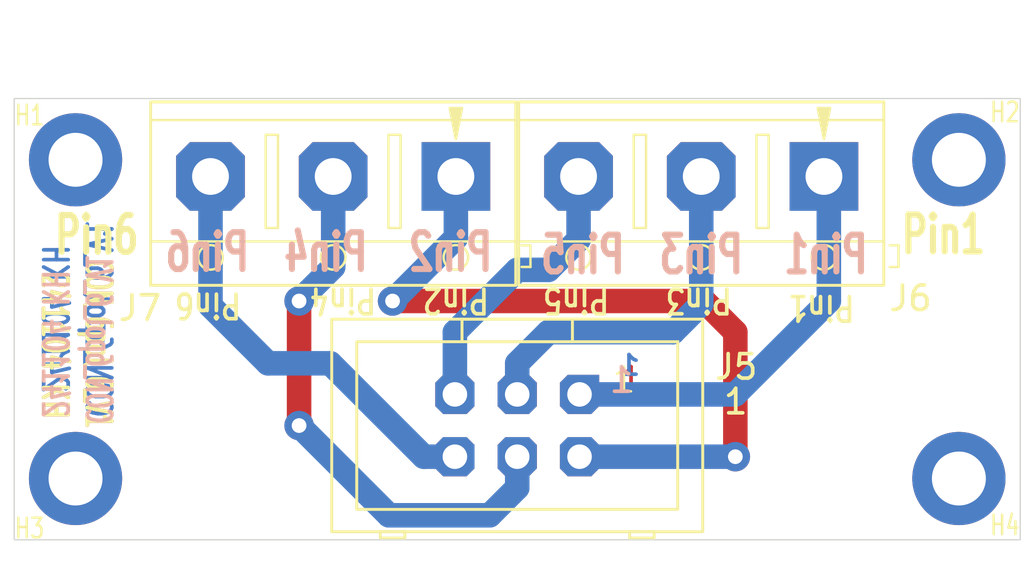
<source format=kicad_pcb>
(kicad_pcb (version 20240108) (generator "pcbnew") (generator_version "8.0")
  (layers (0 "F.Cu" signal) (31 "B.Cu" signal) (34 "B.Paste" user) (35 "F.Paste" user) (36 "B.SilkS" user "B.Silkscreen") (37 "F.SilkS" user "F.Silkscreen") (38 "B.Mask" user) (39 "F.Mask" user) (44 "Edge.Cuts" user))
  (net 0 "")
  (net 1 "/Pin1")
  (net 2 "/Pin3")
  (net 3 "/Pin5")
  (net 4 "/Pin6")
  (net 5 "/Pin2")
  (net 6 "/Pin4")
  (footprint "_kh_library:MountingHole_2.2mm_M2_Pad_TopBottom_kh" (layer "F.Cu") (at 70.07 36.45)
    (property "Reference" "H4" (at 1.875 1.905 0) (layer "F.SilkS") (effects (font (size 0.8 0.6) (thickness 0.1) (bold yes))))
    (property "Value" "MountingHole")
    (pad "1" thru_hole circle (at 0 0) (size 2.6 2.6) (drill 2.2) (layers "*.Cu" "*.Mask"))
    (pad "1" connect circle (at 0 0) (size 3.8 3.8) (layers "F.Cu" "F.Mask"))
    (pad "1" connect circle (at 0 0) (size 3.8 3.8) (layers "B.Cu" "B.Mask"))
  )
  (footprint "_kh_library:Screw_Terminal_01x03_P5" (layer "F.Cu") (at 49.57 24.13 -90)
    (property "Reference" "J7" (at 5.37 12.87 360) (layer "F.SilkS"))
    (property "Value" "Screw_Terminal_01x03_P5")
    (fp_line (start -2.3 -2.44) (end -2.3 12.44) (stroke (width 0.1)) (layer "F.SilkS"))
    (fp_line (start 2.65 -2.44) (end 2.65 12.44) (stroke (width 0.1)) (layer "F.SilkS"))
    (fp_line (start 2.81 -3.04) (end 2.81 -2.68) (stroke (width 0.1)) (layer "F.SilkS"))
    (fp_line (start 2.81 -3.04) (end 3.69 -3.04) (stroke (width 0.1)) (layer "F.SilkS"))
    (fp_line (start 3.69 -3.04) (end 3.69 -2.68) (stroke (width 0.1)) (layer "F.SilkS"))
    (fp_rect (start -1.7 7.25) (end 2.1 7.75) (stroke (width 0.1)) (fill none) (layer "F.SilkS"))
    (fp_rect (start -1.7 2.25) (end 2.1 2.75) (stroke (width 0.1)) (fill none) (layer "F.SilkS"))
    (fp_rect (start -3.04 -2.44) (end 4.44 12.44) (stroke (width 0.12)) (fill none) (layer "F.SilkS"))
    (fp_circle (center 3.3 10) (end 3.8 10) (stroke (width 0.1)) (fill none) (layer "F.SilkS"))
    (fp_circle (center 3.3 5) (end 3.8 5) (stroke (width 0.1)) (fill none) (layer "F.SilkS"))
    (fp_circle (center 3.3 0) (end 3.8 0) (stroke (width 0.1)) (fill none) (layer "F.SilkS"))
    (fp_poly (pts (xy -2.794 -0.254) (xy -1.524 0) (xy -2.794 0.254)) (stroke (width 0.1)) (fill solid) (layer "F.SilkS"))
    (pad "1" thru_hole rect (at 0 0 270) (size 2.8 2.8) (drill 1.5) (layers "*.Cu" "*.Mask") (net 5 "/Pin2"))
    (pad "2" thru_hole roundrect (at 0 5 270) (size 2.8 2.8) (drill 1.5) (layers "*.Cu" "*.Mask") (roundrect_rratio 0) (chamfer_ratio 0.2) (chamfer top_left top_right bottom_left bottom_right) (net 6 "/Pin4"))
    (pad "3" thru_hole roundrect (at 0 10 270) (size 2.8 2.8) (drill 1.5) (layers "*.Cu" "*.Mask") (roundrect_rratio 0) (chamfer_ratio 0.2) (chamfer top_left top_right bottom_left bottom_right) (net 4 "/Pin6"))
  )
  (footprint "_kh_library:MountingHole_2.2mm_M2_Pad_TopBottom_kh" (layer "F.Cu") (at 34.07 36.45)
    (property "Reference" "H3" (at -1.875 2.031 0) (layer "F.SilkS") (effects (font (size 0.8 0.6) (thickness 0.1))))
    (property "Value" "MountingHole")
    (pad "1" thru_hole circle (at 0 0) (size 2.6 2.6) (drill 2.2) (layers "*.Cu" "*.Mask"))
    (pad "1" connect circle (at 0 0) (size 3.8 3.8) (layers "F.Cu" "F.Mask"))
    (pad "1" connect circle (at 0 0) (size 3.8 3.8) (layers "B.Cu" "B.Mask"))
  )
  (footprint "_kh_library:Box_02x03_P2.54mm_Vertical_kh" (layer "F.Cu") (at 54.61 33.02 180)
    (property "Reference" "J5" (at -6.39 1.12 0) (layer "F.SilkS"))
    (property "Value" "Box_02x03_P2.54_Vertical")
    (fp_rect (start 7.12 -5.6) (end 8.12 -5.86) (stroke (width 0.12)) (fill none) (layer "F.SilkS"))
    (fp_rect (start 0.29 3.07) (end 4.79 2.15) (stroke (width 0.12)) (fill none) (layer "F.SilkS"))
    (fp_rect (start -3.04 -5.6) (end -2.04 -5.86) (stroke (width 0.12)) (fill none) (layer "F.SilkS"))
    (fp_rect (start -4 2.15) (end 9.08 -4.69) (stroke (width 0.12)) (fill none) (layer "F.SilkS"))
    (fp_rect (start -5.02 3.07) (end 10.1 -5.6) (stroke (width 0.12)) (fill none) (layer "F.SilkS"))
    (fp_text user "1" (at -1.27 0 0) (layer "F.SilkS") (effects (font (thickness 0.1)) (justify left bottom)))
    (pad "1" thru_hole roundrect (at 0 0 180) (size 1.6 1.6) (drill 1) (layers "*.Cu" "*.Mask") (roundrect_rratio 0) (chamfer_ratio 0.2) (chamfer top_left top_right bottom_right) (net 1 "/Pin1"))
    (pad "2" thru_hole roundrect (at 0 -2.54 180) (size 1.6 1.6) (drill 1) (layers "*.Cu" "*.Mask") (roundrect_rratio 0) (chamfer_ratio 0.2) (chamfer top_left top_right bottom_left bottom_right) (net 5 "/Pin2"))
    (pad "3" thru_hole roundrect (at 2.54 0 180) (size 1.6 1.6) (drill 1) (layers "*.Cu" "*.Mask") (roundrect_rratio 0) (chamfer_ratio 0.2) (chamfer top_left top_right bottom_left bottom_right) (net 2 "/Pin3"))
    (pad "4" thru_hole roundrect (at 2.54 -2.54 180) (size 1.6 1.6) (drill 1) (layers "*.Cu" "*.Mask") (roundrect_rratio 0) (chamfer_ratio 0.2) (chamfer top_left top_right bottom_left bottom_right) (net 6 "/Pin4"))
    (pad "5" thru_hole roundrect (at 5.08 0 180) (size 1.6 1.6) (drill 1) (layers "*.Cu" "*.Mask") (roundrect_rratio 0) (chamfer_ratio 0.2) (chamfer top_left top_right bottom_left bottom_right) (net 3 "/Pin5"))
    (pad "6" thru_hole roundrect (at 5.08 -2.54 180) (size 1.6 1.6) (drill 1) (layers "*.Cu" "*.Mask") (roundrect_rratio 0) (chamfer_ratio 0.2) (chamfer top_left top_right bottom_left bottom_right) (net 4 "/Pin6"))
  )
  (footprint "_kh_library:MountingHole_2.2mm_M2_Pad_TopBottom_kh" (layer "F.Cu") (at 34.07 23.45)
    (property "Reference" "H1" (at -1.875 -1.812 0) (layer "F.SilkS") (effects (font (size 0.8 0.6) (thickness 0.1))))
    (property "Value" "MountingHole")
    (pad "1" thru_hole circle (at 0 0) (size 2.6 2.6) (drill 2.2) (layers "*.Cu" "*.Mask"))
    (pad "1" connect circle (at 0 0) (size 3.8 3.8) (layers "F.Cu" "F.Mask"))
    (pad "1" connect circle (at 0 0) (size 3.8 3.8) (layers "B.Cu" "B.Mask"))
  )
  (footprint "_kh_library:Screw_Terminal_01x03_P5" (layer "F.Cu") (at 64.57 24.13 -90)
    (property "Reference" "J6" (at 4.97 -3.53 0) (layer "F.SilkS"))
    (property "Value" "Screw_Terminal_01x03_P5")
    (fp_line (start -2.3 -2.44) (end -2.3 12.44) (stroke (width 0.1)) (layer "F.SilkS"))
    (fp_line (start 2.65 -2.44) (end 2.65 12.44) (stroke (width 0.1)) (layer "F.SilkS"))
    (fp_line (start 2.81 -3.04) (end 2.81 -2.68) (stroke (width 0.1)) (layer "F.SilkS"))
    (fp_line (start 2.81 -3.04) (end 3.69 -3.04) (stroke (width 0.1)) (layer "F.SilkS"))
    (fp_line (start 3.69 -3.04) (end 3.69 -2.68) (stroke (width 0.1)) (layer "F.SilkS"))
    (fp_rect (start -1.7 7.25) (end 2.1 7.75) (stroke (width 0.1)) (fill none) (layer "F.SilkS"))
    (fp_rect (start -1.7 2.25) (end 2.1 2.75) (stroke (width 0.1)) (fill none) (layer "F.SilkS"))
    (fp_rect (start -3.04 -2.44) (end 4.44 12.44) (stroke (width 0.12)) (fill none) (layer "F.SilkS"))
    (fp_circle (center 3.3 10) (end 3.8 10) (stroke (width 0.1)) (fill none) (layer "F.SilkS"))
    (fp_circle (center 3.3 5) (end 3.8 5) (stroke (width 0.1)) (fill none) (layer "F.SilkS"))
    (fp_circle (center 3.3 0) (end 3.8 0) (stroke (width 0.1)) (fill none) (layer "F.SilkS"))
    (fp_poly (pts (xy -2.794 -0.254) (xy -1.524 0) (xy -2.794 0.254)) (stroke (width 0.1)) (fill solid) (layer "F.SilkS"))
    (pad "1" thru_hole rect (at 0 0 270) (size 2.8 2.8) (drill 1.5) (layers "*.Cu" "*.Mask") (net 1 "/Pin1"))
    (pad "2" thru_hole roundrect (at 0 5 270) (size 2.8 2.8) (drill 1.5) (layers "*.Cu" "*.Mask") (roundrect_rratio 0) (chamfer_ratio 0.2) (chamfer top_left top_right bottom_left bottom_right) (net 2 "/Pin3"))
    (pad "3" thru_hole roundrect (at 0 10 270) (size 2.8 2.8) (drill 1.5) (layers "*.Cu" "*.Mask") (roundrect_rratio 0) (chamfer_ratio 0.2) (chamfer top_left top_right bottom_left bottom_right) (net 3 "/Pin5"))
  )
  (footprint "_kh_library:MountingHole_2.2mm_M2_Pad_TopBottom_kh" (layer "F.Cu") (at 70.07 23.45)
    (property "Reference" "H2" (at 1.875 -1.939 0) (layer "F.SilkS") (effects (font (size 0.8 0.6) (thickness 0.1) (bold yes))))
    (property "Value" "MountingHole")
    (pad "1" thru_hole circle (at 0 0) (size 2.6 2.6) (drill 2.2) (layers "*.Cu" "*.Mask"))
    (pad "1" connect circle (at 0 0) (size 3.8 3.8) (layers "F.Cu" "F.Mask"))
    (pad "1" connect circle (at 0 0) (size 3.8 3.8) (layers "B.Cu" "B.Mask"))
  )
  (gr_rect (start 31.57 20.95) (end 72.57 38.95) (stroke (width 0.05)) (fill none) (layer "Edge.Cuts"))
  (gr_text "241104 KH" (at 32.64 27.94 270) (layer "F.Cu") (effects (font (size 1 0.7) (thickness 0.15) (bold yes)) (justify left bottom)))
  (gr_text "1" (at 56.134 33.02 0) (layer "F.Cu") (effects (font (size 1 1) (thickness 0.15) (bold yes)) (justify left bottom)))
  (gr_text "CON_6pol_6_V1" (at 34.418 27.432 270) (layer "F.Cu") (effects (font (size 1 0.6) (thickness 0.15) (bold yes)) (justify left bottom)))
  (gr_text "1" (at 57.2 32.3 0) (layer "B.Cu") (effects (font (size 0.8 1) (thickness 0.15) (bold yes)) (justify left bottom mirror)))
  (gr_text "241104 KH" (at 32.64 33.02 270) (layer "B.Cu") (effects (font (size 1 0.7) (thickness 0.15) (bold yes)) (justify left bottom mirror)))
  (gr_text "CON_6pol_6_V1" (at 34.418 34.036 270) (layer "B.Cu") (effects (font (size 1 0.7) (thickness 0.15) (bold yes)) (justify left bottom mirror)))
  (gr_text "Pin2" (at 51.18 28.1 0) (layer "B.SilkS") (effects (font (size 1.5 1) (thickness 0.25) (bold yes)) (justify left bottom mirror)))
  (gr_text "Pin1" (at 66.48 28.2 0) (layer "B.SilkS") (effects (font (size 1.5 1) (thickness 0.25) (bold yes)) (justify left bottom mirror)))
  (gr_text "CON_6pol_6_V1" (at 34.418 34.29 270) (layer "B.SilkS") (effects (font (size 1 0.6) (thickness 0.15) (bold yes)) (justify left bottom mirror)))
  (gr_text "Pin4" (at 46.1 28.1 0) (layer "B.SilkS") (effects (font (size 1.5 1) (thickness 0.25) (bold yes)) (justify left bottom mirror)))
  (gr_text "Pin5" (at 56.574 28.2 0) (layer "B.SilkS") (effects (font (size 1.5 1) (thickness 0.25) (bold yes)) (justify left bottom mirror)))
  (gr_text "1" (at 56.896 33.02 0) (layer "B.SilkS") (effects (font (size 1 1) (thickness 0.15) (bold yes)) (justify left bottom mirror)))
  (gr_text "Pin3" (at 61.4 28.2 0) (layer "B.SilkS") (effects (font (size 1.5 1) (thickness 0.25) (bold yes)) (justify left bottom mirror)))
  (gr_text "Pin6" (at 41.274 28.1 0) (layer "B.SilkS") (effects (font (size 1.5 1) (thickness 0.25) (bold yes)) (justify left bottom mirror)))
  (gr_text "241104 KH" (at 32.64 34.036 270) (layer "B.SilkS") (effects (font (size 1 0.7) (thickness 0.15) (bold yes)) (justify left bottom mirror)))
  (gr_text "Pin3" (at 60.9 28.6 180) (layer "F.SilkS") (effects (font (size 1 0.8)) (justify left bottom)))
  (gr_text "Pin2" (at 51 28.6 180) (layer "F.SilkS") (effects (font (size 1 0.8)) (justify left bottom)))
  (gr_text "Pin1" (at 67.61 27.38 0) (layer "F.SilkS") (effects (font (size 1.5 1) (thickness 0.25) (bold yes)) (justify left bottom)))
  (gr_text "1" (at 60.4 33.9 0) (layer "F.SilkS") (effects (font (size 1 1) (thickness 0.15) (bold yes)) (justify left bottom)))
  (gr_text "Pin4" (at 46.4 28.6 180) (layer "F.SilkS") (effects (font (size 1 0.8)) (justify left bottom)))
  (gr_text "Pin1" (at 65.9 28.9 180) (layer "F.SilkS") (effects (font (size 1 0.8)) (justify left bottom)))
  (gr_text "CON_6pol_6_V1" (at 34.418 27.432 270) (layer "F.SilkS") (effects (font (size 1 0.6) (thickness 0.15) (bold yes)) (justify left bottom)))
  (gr_text "Pin6" (at 40.9 28.8 180) (layer "F.SilkS") (effects (font (size 1 0.8)) (justify left bottom)))
  (gr_text "Pin5" (at 55.9 28.6 180) (layer "F.SilkS") (effects (font (size 1 0.8)) (justify left bottom)))
  (gr_text "Pin6" (at 33.1 27.4 0) (layer "F.SilkS") (effects (font (size 1.5 1) (thickness 0.25) (bold yes)) (justify left bottom)))
  (gr_text "241104 KH" (at 32.64 27.94 270) (layer "F.SilkS") (effects (font (size 1 0.7) (thickness 0.15) (bold yes)) (justify left bottom)))
  (segment (start 60.96 33.02) (end 64.77 29.21) (width 1) (layer "B.Cu") (net 1))
  (segment (start 64.77 29.21) (end 64.77 24.33) (width 1) (layer "B.Cu") (net 1))
  (segment (start 54.61 33.02) (end 60.96 33.02) (width 1) (layer "B.Cu") (net 1))
  (segment (start 59.57 29.33) (end 59.57 24.13) (width 1) (layer "B.Cu") (net 2))
  (segment (start 52.07 33.02) (end 52.07 31.75) (width 1) (layer "B.Cu") (net 2))
  (segment (start 52.07 31.75) (end 53.34 30.48) (width 1) (layer "B.Cu") (net 2))
  (segment (start 58.42 30.48) (end 59.57 29.33) (width 1) (layer "B.Cu") (net 2))
  (segment (start 53.34 30.48) (end 58.42 30.48) (width 1) (layer "B.Cu") (net 2))
  (segment (start 49.53 33.02) (end 49.53 30.48) (width 1) (layer "B.Cu") (net 3))
  (segment (start 53.34 27.94) (end 54.57 26.71) (width 1) (layer "B.Cu") (net 3))
  (segment (start 54.57 26.71) (end 54.57 24.13) (width 1) (layer "B.Cu") (net 3))
  (segment (start 49.53 30.48) (end 52.07 27.94) (width 1) (layer "B.Cu") (net 3))
  (segment (start 52.07 27.94) (end 53.34 27.94) (width 1) (layer "B.Cu") (net 3))
  (segment (start 39.57 29.41) (end 39.57 24.13) (width 1) (layer "B.Cu") (net 4))
  (segment (start 41.91 31.75) (end 39.57 29.41) (width 1) (layer "B.Cu") (net 4))
  (segment (start 48.26 35.56) (end 44.45 31.75) (width 1) (layer "B.Cu") (net 4))
  (segment (start 49.53 35.56) (end 48.26 35.56) (width 1) (layer "B.Cu") (net 4))
  (segment (start 44.45 31.75) (end 41.91 31.75) (width 1) (layer "B.Cu") (net 4))
  (segment (start 46.99 29.21) (end 59.69 29.21) (width 1) (layer "F.Cu") (net 5))
  (segment (start 59.69 29.21) (end 60.96 30.48) (width 1) (layer "F.Cu") (net 5))
  (segment (start 60.96 30.48) (end 60.96 35.56) (width 1) (layer "F.Cu") (net 5))
  (via (at 60.96 35.56) (size 1.2) (drill 0.6) (layers "F.Cu" "B.Cu") (net 5))
  (via (at 46.99 29.21) (size 1.2) (drill 0.6) (layers "F.Cu" "B.Cu") (net 5))
  (segment (start 49.57 24.13) (end 49.57 26.63) (width 1) (layer "B.Cu") (net 5))
  (segment (start 54.61 35.56) (end 60.96 35.56) (width 1) (layer "B.Cu") (net 5))
  (segment (start 49.57 26.63) (end 46.99 29.21) (width 1) (layer "B.Cu") (net 5))
  (segment (start 43.18 29.21) (end 43.18 34.29) (width 1) (layer "F.Cu") (net 6))
  (via (at 43.18 34.29) (size 1.2) (drill 0.6) (layers "F.Cu" "B.Cu") (net 6))
  (via (at 43.18 29.21) (size 1.2) (drill 0.6) (layers "F.Cu" "B.Cu") (net 6))
  (segment (start 50.8 37.95) (end 46.99 37.95) (width 1) (layer "B.Cu") (net 6))
  (segment (start 50.95 37.95) (end 50.8 37.95) (width 1) (layer "B.Cu") (net 6))
  (segment (start 46.84 37.95) (end 43.18 34.29) (width 1) (layer "B.Cu") (net 6))
  (segment (start 52.07 35.56) (end 52.07 36.83) (width 1) (layer "B.Cu") (net 6))
  (segment (start 44.57 27.82) (end 43.18 29.21) (width 1) (layer "B.Cu") (net 6))
  (segment (start 44.57 24.13) (end 44.57 27.82) (width 1) (layer "B.Cu") (net 6))
  (segment (start 52.07 36.83) (end 50.95 37.95) (width 1) (layer "B.Cu") (net 6))
  (segment (start 46.99 37.95) (end 46.84 37.95) (width 1) (layer "B.Cu") (net 6))
)
</source>
